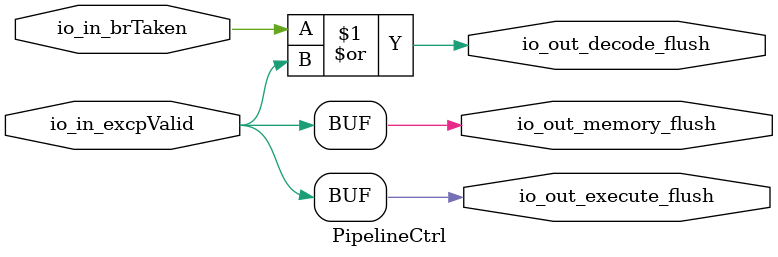
<source format=v>
module PipelineCtrl(
  input   io_in_brTaken,
  input   io_in_excpValid,
  output  io_out_decode_flush,
  output  io_out_execute_flush,
  output  io_out_memory_flush
);
  assign io_out_decode_flush = io_in_brTaken | io_in_excpValid; // @[PipelineCtrl.scala 35:38]
  assign io_out_execute_flush = io_in_excpValid; // @[PipelineCtrl.scala 36:26]
  assign io_out_memory_flush = io_in_excpValid; // @[PipelineCtrl.scala 37:25]
endmodule

</source>
